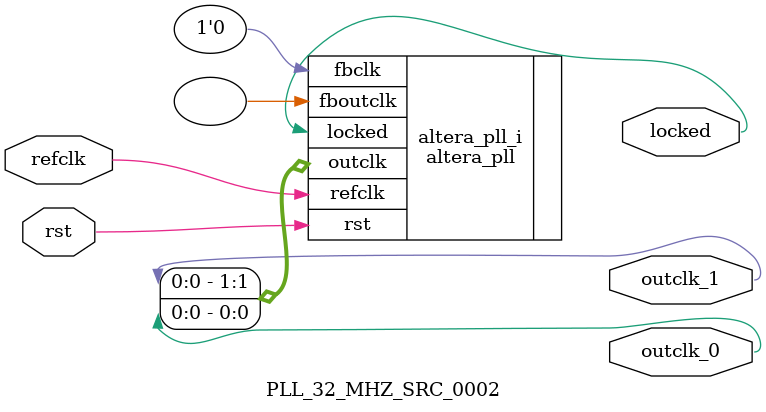
<source format=v>
`timescale 1ns/10ps
module  PLL_32_MHZ_SRC_0002(

	// interface 'refclk'
	input wire refclk,

	// interface 'reset'
	input wire rst,

	// interface 'outclk0'
	output wire outclk_0,

	// interface 'outclk1'
	output wire outclk_1,

	// interface 'locked'
	output wire locked
);

	altera_pll #(
		.fractional_vco_multiplier("false"),
		.reference_clock_frequency("32.768 MHz"),
		.operation_mode("direct"),
		.number_of_clocks(2),
		.output_clock_frequency0("32.768000 MHz"),
		.phase_shift0("0 ps"),
		.duty_cycle0(50),
		.output_clock_frequency1("3.276800 MHz"),
		.phase_shift1("0 ps"),
		.duty_cycle1(50),
		.output_clock_frequency2("0 MHz"),
		.phase_shift2("0 ps"),
		.duty_cycle2(50),
		.output_clock_frequency3("0 MHz"),
		.phase_shift3("0 ps"),
		.duty_cycle3(50),
		.output_clock_frequency4("0 MHz"),
		.phase_shift4("0 ps"),
		.duty_cycle4(50),
		.output_clock_frequency5("0 MHz"),
		.phase_shift5("0 ps"),
		.duty_cycle5(50),
		.output_clock_frequency6("0 MHz"),
		.phase_shift6("0 ps"),
		.duty_cycle6(50),
		.output_clock_frequency7("0 MHz"),
		.phase_shift7("0 ps"),
		.duty_cycle7(50),
		.output_clock_frequency8("0 MHz"),
		.phase_shift8("0 ps"),
		.duty_cycle8(50),
		.output_clock_frequency9("0 MHz"),
		.phase_shift9("0 ps"),
		.duty_cycle9(50),
		.output_clock_frequency10("0 MHz"),
		.phase_shift10("0 ps"),
		.duty_cycle10(50),
		.output_clock_frequency11("0 MHz"),
		.phase_shift11("0 ps"),
		.duty_cycle11(50),
		.output_clock_frequency12("0 MHz"),
		.phase_shift12("0 ps"),
		.duty_cycle12(50),
		.output_clock_frequency13("0 MHz"),
		.phase_shift13("0 ps"),
		.duty_cycle13(50),
		.output_clock_frequency14("0 MHz"),
		.phase_shift14("0 ps"),
		.duty_cycle14(50),
		.output_clock_frequency15("0 MHz"),
		.phase_shift15("0 ps"),
		.duty_cycle15(50),
		.output_clock_frequency16("0 MHz"),
		.phase_shift16("0 ps"),
		.duty_cycle16(50),
		.output_clock_frequency17("0 MHz"),
		.phase_shift17("0 ps"),
		.duty_cycle17(50),
		.pll_type("General"),
		.pll_subtype("General")
	) altera_pll_i (
		.rst	(rst),
		.outclk	({outclk_1, outclk_0}),
		.locked	(locked),
		.fboutclk	( ),
		.fbclk	(1'b0),
		.refclk	(refclk)
	);
endmodule


</source>
